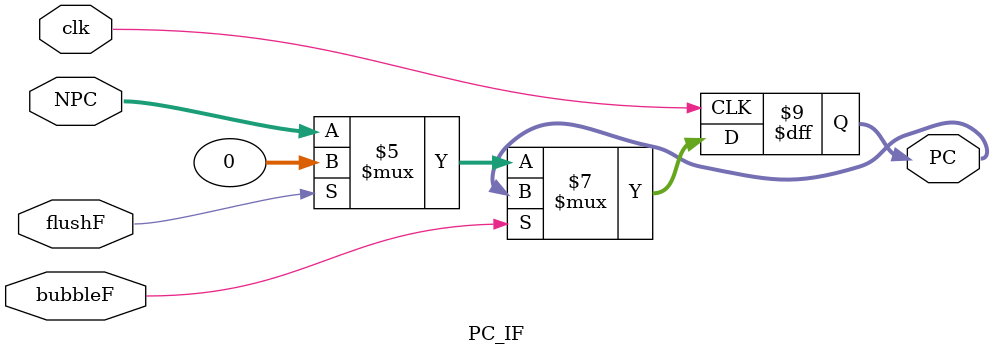
<source format=v>
`timescale 1ns / 1ps


//  功能说明
    // 存储当前流水线需要执行的指令地址
// 输入
    // clk               时钟信号
    // NPC               NPC_Generator生成的下一条指令地址
// 输出
    // PC                流水线需要处理的指令地址
// 实验要求  
    // 无需修改


module PC_IF(
    input wire clk, bubbleF, flushF,
    input wire [31:0] NPC,
    output reg [31:0] PC
    );

    initial PC = 0;
    
    // 时钟下降沿
    // 这里需要锁存器 如果有bubble 需要PC保持不变
    always@(posedge clk)
        if (!bubbleF) 
        begin
            if (flushF)
                PC <= 0;
            else 
                PC <= NPC;
        end
    

endmodule
</source>
